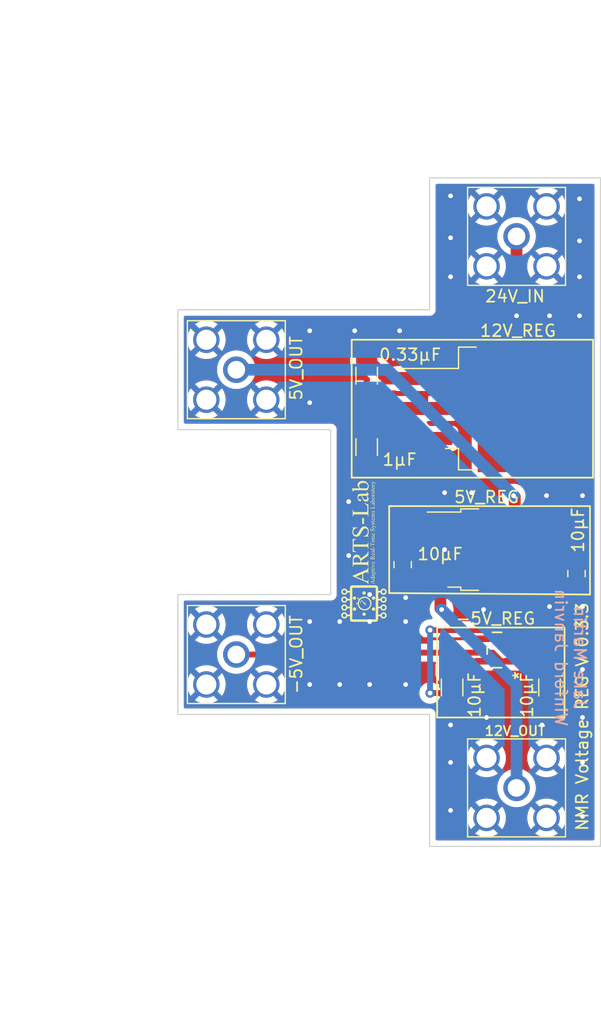
<source format=kicad_pcb>
(kicad_pcb (version 20211014) (generator pcbnew)
  (layers (0 "F.Cu" signal) (31 "B.Cu" signal) (34 "B.Paste" user) (35 "F.Paste" user) (36 "B.SilkS" user "B.Silkscreen") (37 "F.SilkS" user "F.Silkscreen") (38 "B.Mask" user) (39 "F.Mask" user) (44 "Edge.Cuts" user))
  (net 0 "")
  (net 1 "GND")
  (net 2 "Net-(-5V_OUT1-Pad1)")
  (net 3 "Net-(10μF3-Pad1)")
  (net 4 "Net-(-5V_REG1-Pad3)")
  (net 5 "Net-(10μF2-Pad1)")
  (net 6 "Net-(0.33μF1-Pad1)")
  (net 7 "Net-(1μF1-Pad1)")
  (footprint "Capacitor_SMD:C_1206_3216Metric" (layer "F.Cu") (at 110.236 86.614 -90)
    (fp_text reference "0.33μF" (at -1.778 -3.683 180) (layer "F.SilkS"))
    (fp_text value "0.33 uF")
    (pad "1" smd roundrect (at -1.475 0 270) (size 1.15 1.8) (layers "F.Cu" "F.Paste" "F.Mask") (roundrect_rratio 0.2173913043) (net 6 "Net-(0.33μF1-Pad1)"))
    (pad "2" smd roundrect (at 1.475 0 270) (size 1.15 1.8) (layers "F.Cu" "F.Paste" "F.Mask") (roundrect_rratio 0.2173913043) (net 1 "GND"))
  )
  (footprint "Package_TO_SOT_SMD:TO-263-3_TabPin2" (layer "F.Cu") (at 120.97 89.389)
    (fp_text reference "12V_REG" (at 2.093 -6.585) (layer "F.SilkS"))
    (fp_text value "LM7812_TO220")
    (pad "1" smd rect (at -5.775 -2.54) (size 4.6 1.1) (layers "F.Cu" "F.Paste" "F.Mask") (net 6 "Net-(0.33μF1-Pad1)"))
    (pad "2" smd rect (at -5.775 0) (size 4.6 1.1) (layers "F.Cu" "F.Paste" "F.Mask") (net 1 "GND"))
    (pad "2" smd rect (at 3.375 0) (size 9.4 10.8) (layers "F.Cu" "F.Mask") (net 1 "GND"))
    (pad "3" smd rect (at -5.775 2.54) (size 4.6 1.1) (layers "F.Cu" "F.Paste" "F.Mask") (net 7 "Net-(1μF1-Pad1)"))
  )
  (footprint "Connector_Coaxial:SMA_Amphenol_132203-12_Horizontal" (layer "F.Cu") (at 99.19 86.106 90)
    (fp_text reference "5V_OUT" (at 0.127 5.077 90) (layer "F.SilkS"))
    (fp_text value "Conn_Coaxial")
    (pad "1" thru_hole circle (at 0 0 90) (size 2.25 2.25) (drill 1.5) (layers *.Cu *.Mask) (net 5 "Net-(10μF2-Pad1)"))
    (pad "2" thru_hole circle (at 2.54 -2.54 90) (size 2.25 2.25) (drill 1.7) (layers *.Cu *.Mask) (net 1 "GND"))
    (pad "2" thru_hole circle (at -2.54 -2.54 90) (size 2.25 2.25) (drill 1.7) (layers *.Cu *.Mask) (net 1 "GND"))
    (pad "2" thru_hole circle (at 2.54 2.54 180) (size 2.25 2.25) (drill 1.7) (layers *.Cu *.Mask) (net 1 "GND"))
    (pad "2" thru_hole circle (at -2.54 2.54 90) (size 2.25 2.25) (drill 1.7) (layers *.Cu *.Mask) (net 1 "GND"))
  )
  (footprint "footprints:MF05A" (layer "F.Cu") (at 121.285 109.855 180)
    (fp_text reference "-5V_REG" (at 0.127 2.667 unlocked) (layer "F.SilkS"))
    (fp_text value "LM828M5")
    (fp_text user "*" (at -1.905 -2.159 90) (layer "F.SilkS"))
    (pad "1" smd rect (at -1.2192 -0.9525 180) (size 1.27 0.5588) (layers "F.Cu" "F.Paste" "F.Mask") (net 2 "Net-(-5V_OUT1-Pad1)"))
    (pad "2" smd rect (at -1.2192 0 180) (size 1.27 0.5588) (layers "F.Cu" "F.Paste" "F.Mask") (net 5 "Net-(10μF2-Pad1)"))
    (pad "3" smd rect (at -1.2192 0.9525 180) (size 1.27 0.5588) (layers "F.Cu" "F.Paste" "F.Mask") (net 4 "Net-(-5V_REG1-Pad3)"))
    (pad "4" smd rect (at 1.2192 0.9525 180) (size 1.27 0.5588) (layers "F.Cu" "F.Paste" "F.Mask") (net 1 "GND"))
    (pad "5" smd rect (at 1.2192 -0.9525 180) (size 1.27 0.5588) (layers "F.Cu" "F.Paste" "F.Mask") (net 3 "Net-(10μF3-Pad1)"))
  )
  (footprint "Capacitor_SMD:C_1206_3216Metric" (layer "F.Cu") (at 110.236 92.661 -90)
    (fp_text reference "1μF" (at 1.065 -2.794 180) (layer "F.SilkS"))
    (fp_text value "1 uF")
    (pad "1" smd roundrect (at -1.475 0 270) (size 1.15 1.8) (layers "F.Cu" "F.Paste" "F.Mask") (roundrect_rratio 0.2173913043) (net 7 "Net-(1μF1-Pad1)"))
    (pad "2" smd roundrect (at 1.475 0 270) (size 1.15 1.8) (layers "F.Cu" "F.Paste" "F.Mask") (roundrect_rratio 0.2173913043) (net 1 "GND"))
  )
  (footprint "Capacitor_SMD:C_1206_3216Metric" (layer "F.Cu") (at 117.475 113.03 -90)
    (fp_text reference "10μF" (at 0.635 -1.905 -90) (layer "F.SilkS"))
    (fp_text value "10 uF")
    (pad "1" smd roundrect (at -1.475 0 270) (size 1.15 1.8) (layers "F.Cu" "F.Paste" "F.Mask") (roundrect_rratio 0.2173913043) (net 3 "Net-(10μF3-Pad1)"))
    (pad "2" smd roundrect (at 1.475 0 270) (size 1.15 1.8) (layers "F.Cu" "F.Paste" "F.Mask") (roundrect_rratio 0.2173913043) (net 4 "Net-(-5V_REG1-Pad3)"))
  )
  (footprint "Package_TO_SOT_SMD:TO-252-2" (layer "F.Cu") (at 120.685 101.347)
    (fp_text reference "5V_REG" (at -0.289 -4.446) (layer "F.SilkS"))
    (fp_text value "NCP1117-5.0_TO252")
    (pad "1" smd rect (at -4.2 -2.28) (size 2.2 1.2) (layers "F.Cu" "F.Paste" "F.Mask") (net 1 "GND"))
    (pad "2" smd rect (at 2.1 0) (size 6.4 5.8) (layers "F.Cu" "F.Mask") (net 5 "Net-(10μF2-Pad1)"))
    (pad "3" smd rect (at -4.2 2.28) (size 2.2 1.2) (layers "F.Cu" "F.Paste" "F.Mask") (net 7 "Net-(1μF1-Pad1)"))
  )
  (footprint "Capacitor_SMD:C_0805_2012Metric" (layer "F.Cu") (at 113.284 102.616 90)
    (fp_text reference "10μF" (at 0.889 3.175 180) (layer "F.SilkS"))
    (fp_text value "10 uF")
    (pad "1" smd roundrect (at -0.95 0 90) (size 1 1.45) (layers "F.Cu" "F.Paste" "F.Mask") (net 7 "Net-(1μF1-Pad1)"))
    (pad "2" smd roundrect (at 0.95 0 90) (size 1 1.45) (layers "F.Cu" "F.Paste" "F.Mask") (net 1 "GND"))
  )
  (footprint "Graphics:ARTS" (layer "F.Cu") (at 110 101.5 90)
    (fp_text reference "G***" hide)
    (fp_text value "LOGO" hide)
  )
  (footprint "Capacitor_SMD:C_1206_3216Metric" (layer "F.Cu") (at 125.73 113.03 -90)
    (fp_text reference "10μF" (at 0.635 1.905 90) (layer "F.SilkS"))
    (fp_text value "10 uF")
    (pad "1" smd roundrect (at -1.475 0 270) (size 1.15 1.8) (layers "F.Cu" "F.Paste" "F.Mask") (roundrect_rratio 0.217391) (net 2 "Net-(-5V_OUT1-Pad1)"))
    (pad "2" smd roundrect (at 1.475 0 270) (size 1.15 1.8) (layers "F.Cu" "F.Paste" "F.Mask") (roundrect_rratio 0.217391) (net 1 "GND"))
  )
  (footprint "Connector_Coaxial:SMA_Amphenol_132203-12_Horizontal" (layer "F.Cu") (at 122.936 74.806)
    (fp_text reference "24V_IN" (at -0.127 5.077 180) (layer "F.SilkS"))
    (fp_text value "Conn_Coaxial")
    (pad "1" thru_hole circle (at 0 0) (size 2.25 2.25) (drill 1.5) (layers *.Cu *.Mask) (net 6 "Net-(0.33μF1-Pad1)"))
    (pad "2" thru_hole circle (at -2.54 -2.54) (size 2.25 2.25) (drill 1.7) (layers *.Cu *.Mask) (net 1 "GND"))
    (pad "2" thru_hole circle (at 2.54 -2.54) (size 2.25 2.25) (drill 1.7) (layers *.Cu *.Mask) (net 1 "GND"))
    (pad "2" thru_hole circle (at 2.54 2.54 90) (size 2.25 2.25) (drill 1.7) (layers *.Cu *.Mask) (net 1 "GND"))
    (pad "2" thru_hole circle (at -2.54 2.54) (size 2.25 2.25) (drill 1.7) (layers *.Cu *.Mask) (net 1 "GND"))
  )
  (footprint "Capacitor_SMD:C_0805_2012Metric" (layer "F.Cu") (at 128.016 103.378 -90)
    (fp_text reference "10μF" (at -3.683 -0.127 -90) (layer "F.SilkS"))
    (fp_text value "10 uF")
    (pad "1" smd roundrect (at -0.95 0 270) (size 1 1.45) (layers "F.Cu" "F.Paste" "F.Mask") (net 5 "Net-(10μF2-Pad1)"))
    (pad "2" smd roundrect (at 0.95 0 270) (size 1 1.45) (layers "F.Cu" "F.Paste" "F.Mask") (net 1 "GND"))
  )
  (footprint "Connector_Coaxial:SMA_Amphenol_132203-12_Horizontal" (layer "F.Cu") (at 99.19 110.236 90)
    (fp_text reference "-5V_OUT" (at 0 5.077 90) (layer "F.SilkS"))
    (fp_text value "Conn_Coaxial")
    (pad "1" thru_hole circle (at 0 0 90) (size 2.25 2.25) (drill 1.5) (layers *.Cu *.Mask) (net 2 "Net-(-5V_OUT1-Pad1)"))
    (pad "2" thru_hole circle (at -2.54 2.54 90) (size 2.25 2.25) (drill 1.7) (layers *.Cu *.Mask) (net 1 "GND"))
    (pad "2" thru_hole circle (at -2.54 -2.54 90) (size 2.25 2.25) (drill 1.7) (layers *.Cu *.Mask) (net 1 "GND"))
    (pad "2" thru_hole circle (at 2.54 -2.54 90) (size 2.25 2.25) (drill 1.7) (layers *.Cu *.Mask) (net 1 "GND"))
    (pad "2" thru_hole circle (at 2.54 2.54 180) (size 2.25 2.25) (drill 1.7) (layers *.Cu *.Mask) (net 1 "GND"))
  )
  (footprint "Connector_Coaxial:SMA_Amphenol_132203-12_Horizontal" (layer "F.Cu") (at 122.936 121.536 180)
    (fp_text reference "12V_OUT" (at 0.127 4.823 180) (layer "F.SilkS") (effects (font (size 0.8 0.8))))
    (fp_text value "Conn_Coaxial")
    (pad "1" thru_hole circle (at 0 0 180) (size 2.25 2.25) (drill 1.5) (layers *.Cu *.Mask) (net 7 "Net-(1μF1-Pad1)"))
    (pad "2" thru_hole circle (at 2.54 2.54 270) (size 2.25 2.25) (drill 1.7) (layers *.Cu *.Mask) (net 1 "GND"))
    (pad "2" thru_hole circle (at -2.54 -2.54 180) (size 2.25 2.25) (drill 1.7) (layers *.Cu *.Mask) (net 1 "GND"))
    (pad "2" thru_hole circle (at 2.54 -2.54 180) (size 2.25 2.25) (drill 1.7) (layers *.Cu *.Mask) (net 1 "GND"))
    (pad "2" thru_hole circle (at -2.54 2.54 180) (size 2.25 2.25) (drill 1.7) (layers *.Cu *.Mask) (net 1 "GND"))
  )
  (gr_line (start 112.141 105.029) (end 112.141 97.663) (layer "F.SilkS") (width 0.15))
  (gr_line (start 129.413 95.25) (end 129.159 95.25) (layer "F.SilkS") (width 0.15))
  (gr_line (start 116.205 107.95) (end 116.205 110.49) (layer "F.SilkS") (width 0.15))
  (gr_line (start 112.395 97.663) (end 129.159 97.663) (layer "F.SilkS") (width 0.15))
  (gr_line (start 129.159 105.156) (end 112.141 105.029) (layer "F.SilkS") (width 0.15))
  (gr_line (start 112.29975 97.663) (end 112.141 97.663) (layer "F.SilkS") (width 0.15))
  (gr_line (start 116.205 110.49) (end 116.205 115.57) (layer "F.SilkS") (width 0.15))
  (gr_line (start 129.159 95.25) (end 108.966 95.25) (layer "F.SilkS") (width 0.15))
  (gr_line (start 108.966 83.566) (end 129.413 83.566) (layer "F.SilkS") (width 0.15))
  (gr_line (start 108.966 95.25) (end 108.966 83.566) (layer "F.SilkS") (width 0.15))
  (gr_line (start 129.159 97.663) (end 129.159 105.156) (layer "F.SilkS") (width 0.15))
  (gr_line (start 112.3315 97.663) (end 112.268 97.663) (layer "F.SilkS") (width 0.15))
  (gr_line (start 112.395 97.663) (end 112.268 97.663) (layer "F.SilkS") (width 0.15))
  (gr_line (start 129.413 83.566) (end 129.413 95.25) (layer "F.SilkS") (width 0.15))
  (gr_line (start 116.205 115.57) (end 127 115.57) (layer "F.SilkS") (width 0.15))
  (gr_line (start 127 115.57) (end 127 107.95) (layer "F.SilkS") (width 0.15))
  (gr_line (start 127 107.95) (end 116.205 107.95) (layer "F.SilkS") (width 0.15))
  (gr_line (start 115.57 126.492) (end 115.57 115.316) (layer "Edge.Cuts") (width 0.1))
  (gr_line (start 115.57 69.85) (end 125.73 69.85) (layer "Edge.Cuts") (width 0.1))
  (gr_line (start 94.234 115.316) (end 94.234 105.156) (layer "Edge.Cuts") (width 0.1))
  (gr_line (start 115.57 79.248) (end 115.57 69.85) (layer "Edge.Cuts") (width 0.1))
  (gr_line (start 115.57 81.026) (end 115.57 79.248) (layer "Edge.Cuts") (width 0.1))
  (gr_line (start 115.57 115.316) (end 94.234 115.316) (layer "Edge.Cuts") (width 0.1))
  (gr_line (start 94.234 91.186) (end 94.234 81.026) (layer "Edge.Cuts") (width 0.1))
  (gr_line (start 94.234 81.026) (end 115.57 81.026) (layer "Edge.Cuts") (width 0.1))
  (gr_line (start 125.73 69.85) (end 130.048 69.85) (layer "Edge.Cuts") (width 0.1))
  (gr_line (start 107.188 91.186) (end 94.234 91.186) (layer "Edge.Cuts") (width 0.1))
  (gr_line (start 130.048 69.85) (end 130.048 83.058) (layer "Edge.Cuts") (width 0.1))
  (gr_line (start 107.188 105.156) (end 107.188 91.186) (layer "Edge.Cuts") (width 0.1))
  (gr_line (start 94.234 105.156) (end 107.188 105.156) (layer "Edge.Cuts") (width 0.1))
  (gr_line (start 130.048 126.492) (end 115.57 126.492) (layer "Edge.Cuts") (width 0.1))
  (gr_line (start 130.048 83.058) (end 130.048 126.492) (layer "Edge.Cuts") (width 0.1))
  (gr_text "Jake Martin\nWinford Janvrin" (at 127.5 110.5 270) (layer "B.SilkS") (effects (font (size 1 1)) (justify mirror)))
  (gr_text "NMR Voltage REG V 0.3.3" (at 128.5 115.5 90) (layer "F.SilkS") (effects (font (size 1 1))))
  (segment (start 114.9985 108.9025) (end 113.538 107.442) (width 0.25) (layer "F.Cu") (net 1))
  (segment (start 120.0658 108.9025) (end 114.9985 108.9025) (width 0.25) (layer "F.Cu") (net 1))
  (via (at 128.524 123.952) (size 0.8) (drill 0.4) (layers "F.Cu" "B.Cu") (net 1))
  (via (at 125.73 81.534) (size 0.8) (drill 0.4) (layers "F.Cu" "B.Cu") (net 1))
  (via (at 128.524 119.38) (size 0.8) (drill 0.4) (layers "F.Cu" "B.Cu") (net 1))
  (via (at 117.348 119.38) (size 0.8) (drill 0.4) (layers "F.Cu" "B.Cu") (net 1))
  (via (at 119.126 96.52) (size 0.8) (drill 0.4) (layers "F.Cu" "B.Cu") (net 1))
  (via (at 105.41 112.776) (size 0.8) (drill 0.4) (layers "F.Cu" "B.Cu") (net 1))
  (via (at 107.95 107.442) (size 0.8) (drill 0.4) (layers "F.Cu" "B.Cu") (net 1))
  (via (at 108.712 101.854) (size 0.8) (drill 0.4) (layers "F.Cu" "B.Cu") (net 1))
  (via (at 110.49 105.156) (size 0.8) (drill 0.4) (layers "F.Cu" "B.Cu") (net 1))
  (via (at 113.538 105.41) (size 0.8) (drill 0.4) (layers "F.Cu" "B.Cu") (net 1))
  (via (at 117.348 123.444) (size 0.8) (drill 0.4) (layers "F.Cu" "B.Cu") (net 1))
  (via (at 109.22 82.804) (size 0.8) (drill 0.4) (layers "F.Cu" "B.Cu") (net 1))
  (via (at 110.49 107.442) (size 0.8) (drill 0.4) (layers "F.Cu" "B.Cu") (net 1))
  (via (at 116.84 96.52) (size 0.8) (drill 0.4) (layers "F.Cu" "B.Cu") (net 1))
  (via (at 117.348 74.93) (size 0.8) (drill 0.4) (layers "F.Cu" "B.Cu") (net 1))
  (via (at 117.348 71.374) (size 0.8) (drill 0.4) (layers "F.Cu" "B.Cu") (net 1))
  (via (at 116.84 101.346) (size 0.8) (drill 0.4) (layers "F.Cu" "B.Cu") (net 1))
  (via (at 113.538 107.442) (size 0.8) (drill 0.4) (layers "F.Cu" "B.Cu") (net 1))
  (via (at 128.27 78.232) (size 0.8) (drill 0.4) (layers "F.Cu" "B.Cu") (net 1))
  (via (at 128.524 111.506) (size 0.8) (drill 0.4) (layers "F.Cu" "B.Cu") (net 1))
  (via (at 125.73 106.172) (size 0.8) (drill 0.4) (layers "F.Cu" "B.Cu") (net 1))
  (via (at 117.348 78.232) (size 0.8) (drill 0.4) (layers "F.Cu" "B.Cu") (net 1))
  (via (at 105.41 107.442) (size 0.8) (drill 0.4) (layers "F.Cu" "B.Cu") (net 1))
  (via (at 107.95 112.776) (size 0.8) (drill 0.4) (layers "F.Cu" "B.Cu") (net 1))
  (via (at 108.712 97.282) (size 0.8) (drill 0.4) (layers "F.Cu" "B.Cu") (net 1))
  (via (at 105.41 82.804) (size 0.8) (drill 0.4) (layers "F.Cu" "B.Cu") (net 1))
  (via (at 110.49 112.776) (size 0.8) (drill 0.4) (layers "F.Cu" "B.Cu") (net 1))
  (via (at 128.27 75.184) (size 0.8) (drill 0.4) (layers "F.Cu" "B.Cu") (net 1))
  (via (at 113.03 82.804) (size 0.8) (drill 0.4) (layers "F.Cu" "B.Cu") (net 1))
  (via (at 125.476 96.774) (size 0.8) (drill 0.4) (layers "F.Cu" "B.Cu") (net 1))
  (via (at 105.41 88.9) (size 0.8) (drill 0.4) (layers "F.Cu" "B.Cu") (net 1))
  (via (at 120.142 106.426) (size 0.8) (drill 0.4) (layers "F.Cu" "B.Cu") (net 1))
  (via (at 128.27 71.628) (size 0.8) (drill 0.4) (layers "F.Cu" "B.Cu") (net 1))
  (via (at 128.524 106.172) (size 0.8) (drill 0.4) (layers "F.Cu" "B.Cu") (net 1))
  (via (at 120.396 115.57) (size 0.8) (drill 0.4) (layers "F.Cu" "B.Cu") (net 1))
  (via (at 128.524 96.774) (size 0.8) (drill 0.4) (layers "F.Cu" "B.Cu") (net 1))
  (via (at 117.348 116.205) (size 0.8) (drill 0.4) (layers "F.Cu" "B.Cu") (net 1))
  (via (at 122.936 81.534) (size 0.8) (drill 0.4) (layers "F.Cu" "B.Cu") (net 1))
  (via (at 125.095 116.205) (size 0.8) (drill 0.4) (layers "F.Cu" "B.Cu") (net 1))
  (via (at 128.27 81.534) (size 0.8) (drill 0.4) (layers "F.Cu" "B.Cu") (net 1))
  (via (at 128.524 115.57) (size 0.8) (drill 0.4) (layers "F.Cu" "B.Cu") (net 1))
  (via (at 113.538 112.776) (size 0.8) (drill 0.4) (layers "F.Cu" "B.Cu") (net 1))
  (segment (start 121.6423 110.8075) (end 122.5042 110.8075) (width 0.5) (layer "F.Cu") (net 2))
  (segment (start 124.9825 110.8075) (end 125.73 111.555) (width 0.5) (layer "F.Cu") (net 2))
  (segment (start 114.3652 110.236) (end 99.19 110.236) (width 0.5) (layer "F.Cu") (net 2))
  (segment (start 122.5042 110.8075) (end 124.9825 110.8075) (width 0.5) (layer "F.Cu") (net 2))
  (segment (start 120.9129 110.0781) (end 121.6423 110.8075) (width 0.5) (layer "F.Cu") (net 2))
  (segment (start 114.5231 110.0781) (end 120.9129 110.0781) (width 0.5) (layer "F.Cu") (net 2))
  (segment (start 114.5231 110.0781) (end 114.3652 110.236) (width 0.5) (layer "F.Cu") (net 2))
  (segment (start 118.2225 110.8075) (end 117.475 111.555) (width 0.5) (layer "F.Cu") (net 3))
  (segment (start 120.0658 110.8075) (end 118.2225 110.8075) (width 0.5) (layer "F.Cu") (net 3))
  (segment (start 122.5042 108.9025) (end 121.7687 108.167) (width 0.5) (layer "F.Cu") (net 4))
  (segment (start 116.471 113.501) (end 117.475 114.505) (width 0.5) (layer "F.Cu") (net 4))
  (segment (start 121.7687 108.167) (end 115.607 108.167) (width 0.5) (layer "F.Cu") (net 4))
  (segment (start 115.607 113.501) (end 116.471 113.501) (width 0.5) (layer "F.Cu") (net 4))
  (via (at 115.607 108.167) (size 0.8) (drill 0.4) (layers "F.Cu" "B.Cu") (net 4))
  (via (at 115.607 113.501) (size 0.8) (drill 0.4) (layers "F.Cu" "B.Cu") (net 4))
  (segment (start 115.607 108.167) (end 115.607 113.501) (width 0.5) (layer "B.Cu") (net 4))
  (segment (start 122.785 101.347) (end 122.785 96.877) (width 1) (layer "F.Cu") (net 5))
  (segment (start 122.5042 109.855) (end 125.73 109.855) (width 0.5) (layer "F.Cu") (net 5))
  (segment (start 122.785 106.832) (end 122.785 106.91) (width 1) (layer "F.Cu") (net 5))
  (segment (start 128.016 102.428) (end 126.935 101.347) (width 1) (layer "F.Cu") (net 5))
  (segment (start 126.935 101.347) (end 122.785 101.347) (width 1) (layer "F.Cu") (net 5))
  (segment (start 122.785 96.877) (end 122.682 96.774) (width 1) (layer "F.Cu") (net 5))
  (segment (start 122.785 106.91) (end 125.73 109.855) (width 1) (layer "F.Cu") (net 5))
  (segment (start 122.785 101.347) (end 122.785 106.832) (width 1) (layer "F.Cu") (net 5))
  (via (at 122.682 96.774) (size 0.8) (drill 0.4) (layers "F.Cu" "B.Cu") (net 5))
  (segment (start 112.014 86.106) (end 99.19 86.106) (width 1) (layer "B.Cu") (net 5))
  (segment (start 122.682 96.774) (end 112.014 86.106) (width 1) (layer "B.Cu") (net 5))
  (segment (start 115.195 84.703) (end 115.195 86.849) (width 1) (layer "F.Cu") (net 6))
  (segment (start 122.936 78.486) (end 119.126 82.296) (width 1) (layer "F.Cu") (net 6))
  (segment (start 119.126 82.296) (end 117.602 82.296) (width 1) (layer "F.Cu") (net 6))
  (segment (start 122.936 74.806) (end 122.936 78.486) (width 1) (layer "F.Cu") (net 6))
  (segment (start 115.195 86.849) (end 111.946 86.849) (width 1) (layer "F.Cu") (net 6))
  (segment (start 111.946 86.849) (end 110.236 85.139) (width 1) (layer "F.Cu") (net 6))
  (segment (start 117.602 82.296) (end 115.195 84.703) (width 1) (layer "F.Cu") (net 6))
  (segment (start 116.485 106.325) (end 116.586 106.426) (width 1) (layer "F.Cu") (net 7))
  (segment (start 116.424 103.566) (end 116.485 103.627) (width 1) (layer "F.Cu") (net 7))
  (segment (start 114.452 91.186) (end 115.195 91.929) (width 1) (layer "F.Cu") (net 7))
  (segment (start 115.195 91.929) (end 115.195 94.863) (width 1) (layer "F.Cu") (net 7))
  (segment (start 110.998 99.06) (end 110.998 102.87) (width 1) (layer "F.Cu") (net 7))
  (segment (start 116.485 103.627) (end 116.485 106.325) (width 1) (layer "F.Cu") (net 7))
  (segment (start 115.195 94.863) (end 110.998 99.06) (width 1) (layer "F.Cu") (net 7))
  (segment (start 113.284 103.566) (end 116.424 103.566) (width 1) (layer "F.Cu") (net 7))
  (segment (start 110.998 102.87) (end 111.694 103.566) (width 1) (layer "F.Cu") (net 7))
  (segment (start 111.694 103.566) (end 113.284 103.566) (width 1) (layer "F.Cu") (net 7))
  (segment (start 110.236 91.186) (end 114.452 91.186) (width 1) (layer "F.Cu") (net 7))
  (via (at 116.586 106.426) (size 0.8) (drill 0.4) (layers "F.Cu" "B.Cu") (net 7))
  (segment (start 122.936 112.776) (end 122.936 121.536) (width 1) (layer "B.Cu") (net 7))
  (segment (start 116.586 106.426) (end 122.936 112.776) (width 1) (layer "B.Cu") (net 7))
  (zone (net 1) (net_name "GND") (layer "F.Cu") (connect_pads (clearance 0.508)) (min_thickness 0.254) (fill yes (thermal_gap 0.508) (thermal_bridge_width 0.508))
    (polygon (pts (xy 129.794 126.238) (xy 115.824 126.238) (xy 115.824 115.062) (xy 94.488 115.062) (xy 94.488 105.41) (xy 107.442 105.41) (xy 107.442 90.932) (xy 94.488 90.932) (xy 94.488 81.28) (xy 115.824 81.28) (xy 115.824 70.104) (xy 129.794 70.104)))
  )
  (zone (net 1) (net_name "GND") (layer "B.Cu") (connect_pads (clearance 0.508)) (min_thickness 0.254) (fill yes (thermal_gap 0.508) (thermal_bridge_width 0.508))
    (polygon (pts (xy 129.794 126.238) (xy 115.824 126.238) (xy 115.824 115.062) (xy 94.488 115.062) (xy 94.488 105.41) (xy 107.442 105.41) (xy 107.442 90.932) (xy 94.488 90.932) (xy 94.488 81.28) (xy 115.824 81.28) (xy 115.824 70.104) (xy 129.794 70.104)))
  )
)
</source>
